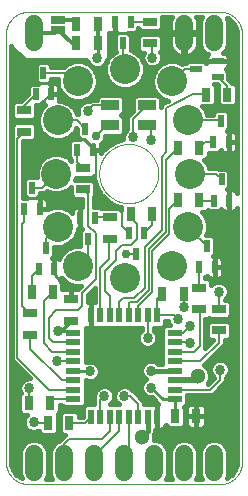
<source format=gtl>
G75*
%MOIN*%
%OFA0B0*%
%FSLAX25Y25*%
%IPPOS*%
%LPD*%
%AMOC8*
5,1,8,0,0,1.08239X$1,22.5*
%
%ADD10C,0.00000*%
%ADD11R,0.05000X0.02200*%
%ADD12R,0.02200X0.05000*%
%ADD13C,0.06000*%
%ADD14R,0.01969X0.03937*%
%ADD15R,0.04724X0.03150*%
%ADD16R,0.03150X0.04724*%
%ADD17R,0.03937X0.01969*%
%ADD18R,0.05906X0.03543*%
%ADD19C,0.10000*%
%ADD20R,0.05000X0.02500*%
%ADD21C,0.05118*%
%ADD22C,0.01200*%
%ADD23C,0.03369*%
%ADD24C,0.01000*%
%ADD25C,0.01600*%
%ADD26C,0.00800*%
%ADD27C,0.00600*%
%ADD28C,0.02975*%
%ADD29C,0.02000*%
D10*
X0001800Y0009513D02*
X0001800Y0151994D01*
X0001802Y0152175D01*
X0001809Y0152356D01*
X0001820Y0152537D01*
X0001835Y0152718D01*
X0001855Y0152898D01*
X0001879Y0153078D01*
X0001907Y0153257D01*
X0001940Y0153435D01*
X0001977Y0153612D01*
X0002018Y0153789D01*
X0002063Y0153964D01*
X0002113Y0154139D01*
X0002167Y0154312D01*
X0002225Y0154483D01*
X0002287Y0154654D01*
X0002354Y0154822D01*
X0002424Y0154989D01*
X0002498Y0155155D01*
X0002577Y0155318D01*
X0002659Y0155479D01*
X0002745Y0155639D01*
X0002835Y0155796D01*
X0002929Y0155951D01*
X0003026Y0156104D01*
X0003128Y0156254D01*
X0003232Y0156402D01*
X0003341Y0156548D01*
X0003452Y0156690D01*
X0003568Y0156830D01*
X0003686Y0156967D01*
X0003808Y0157102D01*
X0003933Y0157233D01*
X0004061Y0157361D01*
X0004192Y0157486D01*
X0004327Y0157608D01*
X0004464Y0157726D01*
X0004604Y0157842D01*
X0004746Y0157953D01*
X0004892Y0158062D01*
X0005040Y0158166D01*
X0005190Y0158268D01*
X0005343Y0158365D01*
X0005498Y0158459D01*
X0005655Y0158549D01*
X0005815Y0158635D01*
X0005976Y0158717D01*
X0006139Y0158796D01*
X0006305Y0158870D01*
X0006472Y0158940D01*
X0006640Y0159007D01*
X0006811Y0159069D01*
X0006982Y0159127D01*
X0007155Y0159181D01*
X0007330Y0159231D01*
X0007505Y0159276D01*
X0007682Y0159317D01*
X0007859Y0159354D01*
X0008037Y0159387D01*
X0008216Y0159415D01*
X0008396Y0159439D01*
X0008576Y0159459D01*
X0008757Y0159474D01*
X0008938Y0159485D01*
X0009119Y0159492D01*
X0009300Y0159494D01*
X0073040Y0159494D01*
X0073221Y0159492D01*
X0073402Y0159485D01*
X0073583Y0159474D01*
X0073764Y0159459D01*
X0073944Y0159439D01*
X0074124Y0159415D01*
X0074303Y0159387D01*
X0074481Y0159354D01*
X0074658Y0159317D01*
X0074835Y0159276D01*
X0075010Y0159231D01*
X0075185Y0159181D01*
X0075358Y0159127D01*
X0075529Y0159069D01*
X0075700Y0159007D01*
X0075868Y0158940D01*
X0076035Y0158870D01*
X0076201Y0158796D01*
X0076364Y0158717D01*
X0076525Y0158635D01*
X0076685Y0158549D01*
X0076842Y0158459D01*
X0076997Y0158365D01*
X0077150Y0158268D01*
X0077300Y0158166D01*
X0077448Y0158062D01*
X0077594Y0157953D01*
X0077736Y0157842D01*
X0077876Y0157726D01*
X0078013Y0157608D01*
X0078148Y0157486D01*
X0078279Y0157361D01*
X0078407Y0157233D01*
X0078532Y0157102D01*
X0078654Y0156967D01*
X0078772Y0156830D01*
X0078888Y0156690D01*
X0078999Y0156548D01*
X0079108Y0156402D01*
X0079212Y0156254D01*
X0079314Y0156104D01*
X0079411Y0155951D01*
X0079505Y0155796D01*
X0079595Y0155639D01*
X0079681Y0155479D01*
X0079763Y0155318D01*
X0079842Y0155155D01*
X0079916Y0154989D01*
X0079986Y0154822D01*
X0080053Y0154654D01*
X0080115Y0154483D01*
X0080173Y0154312D01*
X0080227Y0154139D01*
X0080277Y0153964D01*
X0080322Y0153789D01*
X0080363Y0153612D01*
X0080400Y0153435D01*
X0080433Y0153257D01*
X0080461Y0153078D01*
X0080485Y0152898D01*
X0080505Y0152718D01*
X0080520Y0152537D01*
X0080531Y0152356D01*
X0080538Y0152175D01*
X0080540Y0151994D01*
X0080540Y0009513D01*
X0080538Y0009332D01*
X0080531Y0009151D01*
X0080520Y0008970D01*
X0080505Y0008789D01*
X0080485Y0008609D01*
X0080461Y0008429D01*
X0080433Y0008250D01*
X0080400Y0008072D01*
X0080363Y0007895D01*
X0080322Y0007718D01*
X0080277Y0007543D01*
X0080227Y0007368D01*
X0080173Y0007195D01*
X0080115Y0007024D01*
X0080053Y0006853D01*
X0079986Y0006685D01*
X0079916Y0006518D01*
X0079842Y0006352D01*
X0079763Y0006189D01*
X0079681Y0006028D01*
X0079595Y0005868D01*
X0079505Y0005711D01*
X0079411Y0005556D01*
X0079314Y0005403D01*
X0079212Y0005253D01*
X0079108Y0005105D01*
X0078999Y0004959D01*
X0078888Y0004817D01*
X0078772Y0004677D01*
X0078654Y0004540D01*
X0078532Y0004405D01*
X0078407Y0004274D01*
X0078279Y0004146D01*
X0078148Y0004021D01*
X0078013Y0003899D01*
X0077876Y0003781D01*
X0077736Y0003665D01*
X0077594Y0003554D01*
X0077448Y0003445D01*
X0077300Y0003341D01*
X0077150Y0003239D01*
X0076997Y0003142D01*
X0076842Y0003048D01*
X0076685Y0002958D01*
X0076525Y0002872D01*
X0076364Y0002790D01*
X0076201Y0002711D01*
X0076035Y0002637D01*
X0075868Y0002567D01*
X0075700Y0002500D01*
X0075529Y0002438D01*
X0075358Y0002380D01*
X0075185Y0002326D01*
X0075010Y0002276D01*
X0074835Y0002231D01*
X0074658Y0002190D01*
X0074481Y0002153D01*
X0074303Y0002120D01*
X0074124Y0002092D01*
X0073944Y0002068D01*
X0073764Y0002048D01*
X0073583Y0002033D01*
X0073402Y0002022D01*
X0073221Y0002015D01*
X0073040Y0002013D01*
X0009300Y0002013D01*
X0009119Y0002015D01*
X0008938Y0002022D01*
X0008757Y0002033D01*
X0008576Y0002048D01*
X0008396Y0002068D01*
X0008216Y0002092D01*
X0008037Y0002120D01*
X0007859Y0002153D01*
X0007682Y0002190D01*
X0007505Y0002231D01*
X0007330Y0002276D01*
X0007155Y0002326D01*
X0006982Y0002380D01*
X0006811Y0002438D01*
X0006640Y0002500D01*
X0006472Y0002567D01*
X0006305Y0002637D01*
X0006139Y0002711D01*
X0005976Y0002790D01*
X0005815Y0002872D01*
X0005655Y0002958D01*
X0005498Y0003048D01*
X0005343Y0003142D01*
X0005190Y0003239D01*
X0005040Y0003341D01*
X0004892Y0003445D01*
X0004746Y0003554D01*
X0004604Y0003665D01*
X0004464Y0003781D01*
X0004327Y0003899D01*
X0004192Y0004021D01*
X0004061Y0004146D01*
X0003933Y0004274D01*
X0003808Y0004405D01*
X0003686Y0004540D01*
X0003568Y0004677D01*
X0003452Y0004817D01*
X0003341Y0004959D01*
X0003232Y0005105D01*
X0003128Y0005253D01*
X0003026Y0005403D01*
X0002929Y0005556D01*
X0002835Y0005711D01*
X0002745Y0005868D01*
X0002659Y0006028D01*
X0002577Y0006189D01*
X0002498Y0006352D01*
X0002424Y0006518D01*
X0002354Y0006685D01*
X0002287Y0006853D01*
X0002225Y0007024D01*
X0002167Y0007195D01*
X0002113Y0007368D01*
X0002063Y0007543D01*
X0002018Y0007718D01*
X0001977Y0007895D01*
X0001940Y0008072D01*
X0001907Y0008250D01*
X0001879Y0008429D01*
X0001855Y0008609D01*
X0001835Y0008789D01*
X0001820Y0008970D01*
X0001809Y0009151D01*
X0001802Y0009332D01*
X0001800Y0009513D01*
X0032902Y0105557D02*
X0032905Y0105799D01*
X0032914Y0106040D01*
X0032929Y0106281D01*
X0032949Y0106522D01*
X0032976Y0106762D01*
X0033009Y0107001D01*
X0033047Y0107240D01*
X0033091Y0107477D01*
X0033141Y0107714D01*
X0033197Y0107949D01*
X0033259Y0108182D01*
X0033326Y0108414D01*
X0033399Y0108645D01*
X0033477Y0108873D01*
X0033562Y0109099D01*
X0033651Y0109324D01*
X0033746Y0109546D01*
X0033847Y0109765D01*
X0033953Y0109983D01*
X0034064Y0110197D01*
X0034181Y0110409D01*
X0034302Y0110617D01*
X0034429Y0110823D01*
X0034561Y0111025D01*
X0034698Y0111225D01*
X0034839Y0111420D01*
X0034985Y0111613D01*
X0035136Y0111801D01*
X0035292Y0111986D01*
X0035452Y0112167D01*
X0035616Y0112344D01*
X0035785Y0112517D01*
X0035958Y0112686D01*
X0036135Y0112850D01*
X0036316Y0113010D01*
X0036501Y0113166D01*
X0036689Y0113317D01*
X0036882Y0113463D01*
X0037077Y0113604D01*
X0037277Y0113741D01*
X0037479Y0113873D01*
X0037685Y0114000D01*
X0037893Y0114121D01*
X0038105Y0114238D01*
X0038319Y0114349D01*
X0038537Y0114455D01*
X0038756Y0114556D01*
X0038978Y0114651D01*
X0039203Y0114740D01*
X0039429Y0114825D01*
X0039657Y0114903D01*
X0039888Y0114976D01*
X0040120Y0115043D01*
X0040353Y0115105D01*
X0040588Y0115161D01*
X0040825Y0115211D01*
X0041062Y0115255D01*
X0041301Y0115293D01*
X0041540Y0115326D01*
X0041780Y0115353D01*
X0042021Y0115373D01*
X0042262Y0115388D01*
X0042503Y0115397D01*
X0042745Y0115400D01*
X0042987Y0115397D01*
X0043228Y0115388D01*
X0043469Y0115373D01*
X0043710Y0115353D01*
X0043950Y0115326D01*
X0044189Y0115293D01*
X0044428Y0115255D01*
X0044665Y0115211D01*
X0044902Y0115161D01*
X0045137Y0115105D01*
X0045370Y0115043D01*
X0045602Y0114976D01*
X0045833Y0114903D01*
X0046061Y0114825D01*
X0046287Y0114740D01*
X0046512Y0114651D01*
X0046734Y0114556D01*
X0046953Y0114455D01*
X0047171Y0114349D01*
X0047385Y0114238D01*
X0047597Y0114121D01*
X0047805Y0114000D01*
X0048011Y0113873D01*
X0048213Y0113741D01*
X0048413Y0113604D01*
X0048608Y0113463D01*
X0048801Y0113317D01*
X0048989Y0113166D01*
X0049174Y0113010D01*
X0049355Y0112850D01*
X0049532Y0112686D01*
X0049705Y0112517D01*
X0049874Y0112344D01*
X0050038Y0112167D01*
X0050198Y0111986D01*
X0050354Y0111801D01*
X0050505Y0111613D01*
X0050651Y0111420D01*
X0050792Y0111225D01*
X0050929Y0111025D01*
X0051061Y0110823D01*
X0051188Y0110617D01*
X0051309Y0110409D01*
X0051426Y0110197D01*
X0051537Y0109983D01*
X0051643Y0109765D01*
X0051744Y0109546D01*
X0051839Y0109324D01*
X0051928Y0109099D01*
X0052013Y0108873D01*
X0052091Y0108645D01*
X0052164Y0108414D01*
X0052231Y0108182D01*
X0052293Y0107949D01*
X0052349Y0107714D01*
X0052399Y0107477D01*
X0052443Y0107240D01*
X0052481Y0107001D01*
X0052514Y0106762D01*
X0052541Y0106522D01*
X0052561Y0106281D01*
X0052576Y0106040D01*
X0052585Y0105799D01*
X0052588Y0105557D01*
X0052585Y0105315D01*
X0052576Y0105074D01*
X0052561Y0104833D01*
X0052541Y0104592D01*
X0052514Y0104352D01*
X0052481Y0104113D01*
X0052443Y0103874D01*
X0052399Y0103637D01*
X0052349Y0103400D01*
X0052293Y0103165D01*
X0052231Y0102932D01*
X0052164Y0102700D01*
X0052091Y0102469D01*
X0052013Y0102241D01*
X0051928Y0102015D01*
X0051839Y0101790D01*
X0051744Y0101568D01*
X0051643Y0101349D01*
X0051537Y0101131D01*
X0051426Y0100917D01*
X0051309Y0100705D01*
X0051188Y0100497D01*
X0051061Y0100291D01*
X0050929Y0100089D01*
X0050792Y0099889D01*
X0050651Y0099694D01*
X0050505Y0099501D01*
X0050354Y0099313D01*
X0050198Y0099128D01*
X0050038Y0098947D01*
X0049874Y0098770D01*
X0049705Y0098597D01*
X0049532Y0098428D01*
X0049355Y0098264D01*
X0049174Y0098104D01*
X0048989Y0097948D01*
X0048801Y0097797D01*
X0048608Y0097651D01*
X0048413Y0097510D01*
X0048213Y0097373D01*
X0048011Y0097241D01*
X0047805Y0097114D01*
X0047597Y0096993D01*
X0047385Y0096876D01*
X0047171Y0096765D01*
X0046953Y0096659D01*
X0046734Y0096558D01*
X0046512Y0096463D01*
X0046287Y0096374D01*
X0046061Y0096289D01*
X0045833Y0096211D01*
X0045602Y0096138D01*
X0045370Y0096071D01*
X0045137Y0096009D01*
X0044902Y0095953D01*
X0044665Y0095903D01*
X0044428Y0095859D01*
X0044189Y0095821D01*
X0043950Y0095788D01*
X0043710Y0095761D01*
X0043469Y0095741D01*
X0043228Y0095726D01*
X0042987Y0095717D01*
X0042745Y0095714D01*
X0042503Y0095717D01*
X0042262Y0095726D01*
X0042021Y0095741D01*
X0041780Y0095761D01*
X0041540Y0095788D01*
X0041301Y0095821D01*
X0041062Y0095859D01*
X0040825Y0095903D01*
X0040588Y0095953D01*
X0040353Y0096009D01*
X0040120Y0096071D01*
X0039888Y0096138D01*
X0039657Y0096211D01*
X0039429Y0096289D01*
X0039203Y0096374D01*
X0038978Y0096463D01*
X0038756Y0096558D01*
X0038537Y0096659D01*
X0038319Y0096765D01*
X0038105Y0096876D01*
X0037893Y0096993D01*
X0037685Y0097114D01*
X0037479Y0097241D01*
X0037277Y0097373D01*
X0037077Y0097510D01*
X0036882Y0097651D01*
X0036689Y0097797D01*
X0036501Y0097948D01*
X0036316Y0098104D01*
X0036135Y0098264D01*
X0035958Y0098428D01*
X0035785Y0098597D01*
X0035616Y0098770D01*
X0035452Y0098947D01*
X0035292Y0099128D01*
X0035136Y0099313D01*
X0034985Y0099501D01*
X0034839Y0099694D01*
X0034698Y0099889D01*
X0034561Y0100089D01*
X0034429Y0100291D01*
X0034302Y0100497D01*
X0034181Y0100705D01*
X0034064Y0100917D01*
X0033953Y0101131D01*
X0033847Y0101349D01*
X0033746Y0101568D01*
X0033651Y0101790D01*
X0033562Y0102015D01*
X0033477Y0102241D01*
X0033399Y0102469D01*
X0033326Y0102700D01*
X0033259Y0102932D01*
X0033197Y0103165D01*
X0033141Y0103400D01*
X0033091Y0103637D01*
X0033047Y0103874D01*
X0033009Y0104113D01*
X0032976Y0104352D01*
X0032949Y0104592D01*
X0032929Y0104833D01*
X0032914Y0105074D01*
X0032905Y0105315D01*
X0032902Y0105557D01*
D11*
X0024270Y0052407D03*
X0024270Y0049257D03*
X0024270Y0046108D03*
X0024270Y0042958D03*
X0024270Y0039809D03*
X0024270Y0036659D03*
X0024270Y0033509D03*
X0024270Y0030360D03*
X0058070Y0030360D03*
X0058070Y0033509D03*
X0058070Y0036659D03*
X0058070Y0039809D03*
X0058070Y0042958D03*
X0058070Y0046108D03*
X0058070Y0049257D03*
X0058070Y0052407D03*
D12*
X0052194Y0058283D03*
X0049044Y0058283D03*
X0045894Y0058283D03*
X0042745Y0058283D03*
X0039595Y0058283D03*
X0036446Y0058283D03*
X0033296Y0058283D03*
X0030146Y0058283D03*
X0030146Y0024483D03*
X0033296Y0024483D03*
X0036446Y0024483D03*
X0039595Y0024483D03*
X0042745Y0024483D03*
X0045894Y0024483D03*
X0049044Y0024483D03*
X0052194Y0024483D03*
D13*
X0051170Y0012100D02*
X0051170Y0006100D01*
X0061170Y0006100D02*
X0061170Y0012100D01*
X0071170Y0012100D02*
X0071170Y0006100D01*
X0041170Y0006100D02*
X0041170Y0012100D01*
X0031170Y0012100D02*
X0031170Y0006100D01*
X0021170Y0006100D02*
X0021170Y0012100D01*
X0011170Y0012100D02*
X0011170Y0006100D01*
X0011170Y0149407D02*
X0011170Y0155407D01*
X0061170Y0155407D02*
X0061170Y0149407D01*
X0071170Y0149407D02*
X0071170Y0155407D01*
D14*
X0073473Y0123159D03*
X0070914Y0116072D03*
X0076032Y0116072D03*
X0073666Y0103639D03*
X0071107Y0096553D03*
X0076225Y0096553D03*
X0068824Y0081360D03*
X0071383Y0074273D03*
X0066265Y0074273D03*
X0047859Y0085757D03*
X0045300Y0078670D03*
X0042741Y0085757D03*
X0031643Y0090754D03*
X0029083Y0083667D03*
X0026524Y0090754D03*
X0017833Y0073653D03*
X0015274Y0080739D03*
X0012715Y0073653D03*
X0013086Y0093813D03*
X0010527Y0100899D03*
X0007968Y0093813D03*
X0025556Y0113470D03*
X0028115Y0120557D03*
X0030674Y0113470D03*
X0016859Y0131970D03*
X0014300Y0139057D03*
X0011741Y0131970D03*
X0038241Y0156057D03*
X0040800Y0148970D03*
X0043359Y0156057D03*
D15*
X0049918Y0156143D03*
X0049918Y0149057D03*
X0027558Y0107361D03*
X0027558Y0100274D03*
X0036517Y0090949D03*
X0036517Y0083862D03*
X0023500Y0063657D03*
X0023500Y0056570D03*
X0009774Y0058919D03*
X0009774Y0051832D03*
X0007922Y0119557D03*
X0007922Y0126643D03*
X0066292Y0067433D03*
X0066292Y0060346D03*
X0072800Y0060357D03*
X0072800Y0053270D03*
D16*
X0061043Y0065513D03*
X0053957Y0065513D03*
X0050543Y0092013D03*
X0043457Y0092013D03*
X0059060Y0096647D03*
X0066146Y0096647D03*
X0066206Y0114147D03*
X0059119Y0114147D03*
X0068501Y0131872D03*
X0075587Y0131872D03*
X0032343Y0149013D03*
X0032343Y0155513D03*
X0025257Y0155513D03*
X0025257Y0149013D03*
X0017440Y0066187D03*
X0010354Y0066187D03*
X0009457Y0029113D03*
X0015857Y0022513D03*
X0016543Y0029113D03*
X0022943Y0022513D03*
X0058157Y0024713D03*
X0065243Y0024713D03*
D17*
X0072343Y0137899D03*
X0072343Y0143017D03*
X0065257Y0140458D03*
D18*
X0048847Y0128285D03*
X0048847Y0121592D03*
X0036643Y0121592D03*
X0036643Y0128285D03*
D19*
X0041495Y0140271D03*
X0057243Y0136334D03*
X0062617Y0123273D03*
X0063117Y0105557D03*
X0062617Y0087840D03*
X0057243Y0074779D03*
X0041495Y0070842D03*
X0025747Y0074779D03*
X0019123Y0087840D03*
X0018623Y0105557D03*
X0019123Y0123273D03*
X0025747Y0136334D03*
D20*
X0019300Y0153413D03*
X0019300Y0156613D03*
D21*
X0065800Y0038013D03*
X0047000Y0017813D03*
D22*
X0032343Y0149013D02*
X0032343Y0155513D01*
X0025257Y0155513D02*
X0024157Y0156613D01*
X0019300Y0156613D01*
X0019300Y0153413D02*
X0018294Y0152407D01*
X0011170Y0152407D01*
X0019300Y0153413D02*
X0023700Y0149013D01*
X0025257Y0149013D01*
D23*
X0032200Y0144013D03*
X0029000Y0126413D03*
X0044200Y0117613D03*
X0050000Y0116613D03*
X0050600Y0144213D03*
X0072800Y0066213D03*
X0063200Y0054613D03*
X0063200Y0049213D03*
X0059000Y0057213D03*
X0061000Y0061213D03*
X0050200Y0039813D03*
X0050200Y0034213D03*
X0049000Y0050813D03*
X0041200Y0031413D03*
X0034600Y0031413D03*
X0029800Y0039613D03*
X0019000Y0053213D03*
X0018800Y0043013D03*
X0009600Y0034013D03*
X0011000Y0022613D03*
X0073200Y0040213D03*
D24*
X0058070Y0030360D02*
X0058070Y0024800D01*
X0058157Y0024713D01*
X0058070Y0030360D02*
X0054054Y0030360D01*
X0050200Y0034213D01*
X0029800Y0039613D02*
X0029605Y0039809D01*
X0024270Y0039809D01*
X0024270Y0052407D02*
X0023464Y0053213D01*
X0019000Y0053213D01*
X0020143Y0053213D01*
X0023500Y0056570D01*
X0023500Y0063657D02*
X0023500Y0066113D01*
X0018000Y0071613D01*
X0018000Y0073486D01*
X0017833Y0073653D01*
X0013086Y0093813D02*
X0013086Y0097413D01*
X0007800Y0097413D01*
X0007800Y0115013D01*
X0012302Y0115013D01*
X0021200Y0115013D01*
X0023200Y0117013D01*
X0027800Y0117013D01*
X0030674Y0114139D01*
X0030674Y0113470D01*
X0016859Y0131970D02*
X0016859Y0135813D01*
X0006400Y0135813D01*
X0032200Y0144013D02*
X0032343Y0144157D01*
X0032343Y0149013D01*
X0038241Y0152407D02*
X0038241Y0156057D01*
X0038241Y0152407D02*
X0061170Y0152407D01*
D25*
X0004043Y0006835D02*
X0005128Y0005341D01*
X0006621Y0004256D01*
X0007007Y0004131D01*
X0006570Y0005185D01*
X0006570Y0013015D01*
X0007270Y0014706D01*
X0008564Y0016000D01*
X0010255Y0016700D01*
X0012085Y0016700D01*
X0013776Y0016000D01*
X0015070Y0014706D01*
X0015770Y0013015D01*
X0015770Y0005185D01*
X0015119Y0003613D01*
X0017221Y0003613D01*
X0016570Y0005185D01*
X0016570Y0013015D01*
X0017270Y0014706D01*
X0018564Y0016000D01*
X0019236Y0016278D01*
X0020800Y0017842D01*
X0021509Y0018551D01*
X0020706Y0018551D01*
X0019769Y0019488D01*
X0019769Y0025538D01*
X0020706Y0026476D01*
X0025181Y0026476D01*
X0026118Y0025538D01*
X0026118Y0024413D01*
X0027389Y0024413D01*
X0027446Y0024470D01*
X0027446Y0027646D01*
X0028384Y0028583D01*
X0031296Y0028583D01*
X0031296Y0030938D01*
X0031316Y0030958D01*
X0031316Y0032067D01*
X0031816Y0033274D01*
X0032740Y0034198D01*
X0033947Y0034698D01*
X0035253Y0034698D01*
X0036460Y0034198D01*
X0037384Y0033274D01*
X0037884Y0032067D01*
X0037884Y0030760D01*
X0037384Y0029553D01*
X0036460Y0028629D01*
X0036350Y0028583D01*
X0039450Y0028583D01*
X0039340Y0028629D01*
X0038416Y0029553D01*
X0037916Y0030760D01*
X0037916Y0032067D01*
X0038416Y0033274D01*
X0039340Y0034198D01*
X0040547Y0034698D01*
X0041853Y0034698D01*
X0043060Y0034198D01*
X0043845Y0033413D01*
X0044028Y0033413D01*
X0045200Y0032242D01*
X0047894Y0029547D01*
X0047894Y0028583D01*
X0050265Y0028583D01*
X0050399Y0028661D01*
X0050857Y0028783D01*
X0052194Y0028783D01*
X0052194Y0024484D01*
X0052194Y0024484D01*
X0052194Y0028783D01*
X0052660Y0028783D01*
X0050514Y0030929D01*
X0049547Y0030929D01*
X0048340Y0031429D01*
X0047416Y0032353D01*
X0046916Y0033560D01*
X0046916Y0034867D01*
X0047416Y0036074D01*
X0048340Y0036998D01*
X0048378Y0037013D01*
X0048340Y0037029D01*
X0047416Y0037953D01*
X0046916Y0039160D01*
X0046916Y0040467D01*
X0047416Y0041674D01*
X0048340Y0042598D01*
X0049547Y0043098D01*
X0050853Y0043098D01*
X0052060Y0042598D01*
X0052449Y0042209D01*
X0053970Y0042209D01*
X0053970Y0054170D01*
X0054907Y0055107D01*
X0056462Y0055107D01*
X0056216Y0055353D01*
X0055789Y0056383D01*
X0054894Y0056383D01*
X0054894Y0055121D01*
X0053956Y0054183D01*
X0051044Y0054183D01*
X0051044Y0053414D01*
X0051784Y0052674D01*
X0052284Y0051467D01*
X0052284Y0050160D01*
X0051784Y0048953D01*
X0050860Y0048029D01*
X0049653Y0047529D01*
X0048347Y0047529D01*
X0047140Y0048029D01*
X0046216Y0048953D01*
X0045716Y0050160D01*
X0045716Y0051467D01*
X0046216Y0052674D01*
X0047044Y0053502D01*
X0047044Y0054183D01*
X0032075Y0054183D01*
X0031941Y0054106D01*
X0031483Y0053983D01*
X0030147Y0053983D01*
X0030147Y0058283D01*
X0030146Y0058283D01*
X0030146Y0053983D01*
X0028809Y0053983D01*
X0028370Y0054101D01*
X0028370Y0042576D01*
X0029147Y0042898D01*
X0030453Y0042898D01*
X0031660Y0042398D01*
X0032584Y0041474D01*
X0033084Y0040267D01*
X0033084Y0038960D01*
X0032584Y0037753D01*
X0031660Y0036829D01*
X0030453Y0036329D01*
X0029147Y0036329D01*
X0028370Y0036651D01*
X0028370Y0028597D01*
X0027433Y0027660D01*
X0021107Y0027660D01*
X0020307Y0028460D01*
X0019718Y0028460D01*
X0019718Y0026088D01*
X0019031Y0025402D01*
X0019031Y0019488D01*
X0018094Y0018551D01*
X0013619Y0018551D01*
X0012682Y0019488D01*
X0012682Y0019755D01*
X0011653Y0019329D01*
X0010347Y0019329D01*
X0009140Y0019829D01*
X0008216Y0020753D01*
X0007716Y0021960D01*
X0007716Y0023267D01*
X0008216Y0024474D01*
X0008893Y0025151D01*
X0007219Y0025151D01*
X0006282Y0026088D01*
X0006282Y0032138D01*
X0006664Y0032520D01*
X0006316Y0033360D01*
X0006316Y0034667D01*
X0006816Y0035874D01*
X0007740Y0036798D01*
X0008947Y0037298D01*
X0009829Y0037298D01*
X0004813Y0042313D01*
X0003700Y0043426D01*
X0003700Y0118022D01*
X0003960Y0118281D01*
X0003960Y0121794D01*
X0004897Y0122731D01*
X0010947Y0122731D01*
X0011884Y0121794D01*
X0011884Y0117319D01*
X0010947Y0116382D01*
X0007500Y0116382D01*
X0007500Y0097381D01*
X0008829Y0097381D01*
X0007943Y0098268D01*
X0007943Y0103530D01*
X0008880Y0104468D01*
X0012023Y0104468D01*
X0012023Y0106870D01*
X0013028Y0109295D01*
X0014884Y0111152D01*
X0017310Y0112157D01*
X0019936Y0112157D01*
X0022361Y0111152D01*
X0023656Y0109857D01*
X0023656Y0110155D01*
X0022972Y0110839D01*
X0022972Y0116101D01*
X0023909Y0117039D01*
X0026418Y0117039D01*
X0025531Y0117925D01*
X0025531Y0120313D01*
X0025184Y0120659D01*
X0024718Y0119535D01*
X0022861Y0117678D01*
X0020436Y0116673D01*
X0017810Y0116673D01*
X0015384Y0117678D01*
X0013528Y0119535D01*
X0012523Y0121960D01*
X0012523Y0124586D01*
X0013528Y0127012D01*
X0014964Y0128449D01*
X0014770Y0128561D01*
X0014434Y0128896D01*
X0014232Y0129246D01*
X0013388Y0128402D01*
X0011884Y0128402D01*
X0011884Y0124406D01*
X0010947Y0123469D01*
X0004897Y0123469D01*
X0003960Y0124406D01*
X0003960Y0128881D01*
X0004897Y0129818D01*
X0006902Y0129818D01*
X0009157Y0132073D01*
X0009157Y0134601D01*
X0010094Y0135539D01*
X0012603Y0135539D01*
X0011716Y0136425D01*
X0011716Y0141688D01*
X0012653Y0142625D01*
X0015947Y0142625D01*
X0016884Y0141688D01*
X0016884Y0141057D01*
X0021135Y0141057D01*
X0022008Y0141929D01*
X0024434Y0142934D01*
X0027060Y0142934D01*
X0029485Y0141929D01*
X0031342Y0140073D01*
X0032347Y0137647D01*
X0032347Y0135021D01*
X0031342Y0132596D01*
X0029485Y0130739D01*
X0027060Y0129734D01*
X0024434Y0129734D01*
X0022008Y0130739D01*
X0020152Y0132596D01*
X0019643Y0133823D01*
X0019643Y0131970D01*
X0016859Y0131970D01*
X0016859Y0131970D01*
X0016859Y0135739D01*
X0016197Y0135739D01*
X0016884Y0136425D01*
X0016884Y0137057D01*
X0019147Y0137057D01*
X0019147Y0135181D01*
X0018949Y0135379D01*
X0018538Y0135616D01*
X0018080Y0135739D01*
X0016859Y0135739D01*
X0016859Y0131970D01*
X0016859Y0131970D01*
X0019643Y0131970D01*
X0019643Y0129873D01*
X0020436Y0129873D01*
X0022861Y0128868D01*
X0024718Y0127012D01*
X0025438Y0125273D01*
X0025917Y0125273D01*
X0025716Y0125760D01*
X0025716Y0127067D01*
X0026216Y0128274D01*
X0027140Y0129198D01*
X0028347Y0129698D01*
X0029597Y0129698D01*
X0030085Y0130185D01*
X0032090Y0130185D01*
X0032090Y0130719D01*
X0033027Y0131657D01*
X0040258Y0131657D01*
X0041195Y0130719D01*
X0041195Y0125851D01*
X0040283Y0124939D01*
X0041195Y0124027D01*
X0041195Y0119158D01*
X0040258Y0118220D01*
X0034887Y0118220D01*
X0034887Y0117399D01*
X0034417Y0116265D01*
X0033549Y0115396D01*
X0033458Y0115358D01*
X0033458Y0113470D01*
X0030674Y0113470D01*
X0030674Y0113470D01*
X0033458Y0113470D01*
X0033458Y0112357D01*
X0033589Y0112583D01*
X0035719Y0114713D01*
X0038328Y0116219D01*
X0040933Y0116917D01*
X0040916Y0116960D01*
X0040916Y0118267D01*
X0041416Y0119474D01*
X0042300Y0120358D01*
X0042300Y0124425D01*
X0044294Y0126419D01*
X0044294Y0130719D01*
X0045232Y0131657D01*
X0052463Y0131657D01*
X0053400Y0130719D01*
X0053400Y0127822D01*
X0053400Y0127822D01*
X0053400Y0128300D01*
X0053639Y0128540D01*
X0053746Y0128861D01*
X0054175Y0129075D01*
X0054513Y0129413D01*
X0054851Y0129413D01*
X0055691Y0129833D01*
X0053504Y0130739D01*
X0051648Y0132596D01*
X0050643Y0135021D01*
X0050643Y0137647D01*
X0051648Y0140073D01*
X0053504Y0141929D01*
X0055930Y0142934D01*
X0058556Y0142934D01*
X0060394Y0142173D01*
X0060580Y0142358D01*
X0061941Y0142358D01*
X0062625Y0143043D01*
X0067888Y0143043D01*
X0068575Y0142356D01*
X0068575Y0143017D01*
X0072343Y0143017D01*
X0072343Y0143017D01*
X0068575Y0143017D01*
X0068575Y0144239D01*
X0068697Y0144696D01*
X0068934Y0145107D01*
X0069109Y0145282D01*
X0068564Y0145507D01*
X0067270Y0146801D01*
X0066570Y0148492D01*
X0066570Y0156322D01*
X0067221Y0157894D01*
X0065290Y0157894D01*
X0065618Y0157250D01*
X0065852Y0156531D01*
X0065970Y0155785D01*
X0065970Y0152607D01*
X0061370Y0152607D01*
X0061370Y0152207D01*
X0061370Y0144607D01*
X0061548Y0144607D01*
X0062294Y0144725D01*
X0063013Y0144959D01*
X0063686Y0145302D01*
X0064297Y0145746D01*
X0064831Y0146280D01*
X0065275Y0146891D01*
X0065618Y0147565D01*
X0065852Y0148283D01*
X0065970Y0149029D01*
X0065970Y0152207D01*
X0061370Y0152207D01*
X0060970Y0152207D01*
X0060970Y0144607D01*
X0060792Y0144607D01*
X0060046Y0144725D01*
X0059328Y0144959D01*
X0058654Y0145302D01*
X0058043Y0145746D01*
X0057509Y0146280D01*
X0057065Y0146891D01*
X0056722Y0147565D01*
X0056488Y0148283D01*
X0056370Y0149029D01*
X0056370Y0152207D01*
X0060970Y0152207D01*
X0060970Y0152607D01*
X0056370Y0152607D01*
X0056370Y0155785D01*
X0056488Y0156531D01*
X0056722Y0157250D01*
X0057050Y0157894D01*
X0053880Y0157894D01*
X0053880Y0153906D01*
X0052943Y0152969D01*
X0046893Y0152969D01*
X0045956Y0153906D01*
X0045956Y0154157D01*
X0045943Y0154157D01*
X0045943Y0153425D01*
X0045006Y0152488D01*
X0042497Y0152488D01*
X0043384Y0151601D01*
X0043384Y0146632D01*
X0045233Y0145866D01*
X0047090Y0144010D01*
X0048095Y0141584D01*
X0048095Y0138958D01*
X0047090Y0136533D01*
X0045233Y0134676D01*
X0042808Y0133671D01*
X0040182Y0133671D01*
X0037756Y0134676D01*
X0035900Y0136533D01*
X0034895Y0138958D01*
X0034895Y0141584D01*
X0035628Y0143355D01*
X0035379Y0143105D01*
X0034984Y0142153D01*
X0034060Y0141229D01*
X0032853Y0140729D01*
X0031547Y0140729D01*
X0030340Y0141229D01*
X0029416Y0142153D01*
X0029163Y0142764D01*
X0028613Y0143313D01*
X0008013Y0143313D01*
X0003613Y0147713D01*
X0003400Y0147926D01*
X0003400Y0009513D01*
X0003473Y0008590D01*
X0004043Y0006835D01*
X0004062Y0006809D02*
X0006570Y0006809D01*
X0006570Y0008407D02*
X0003532Y0008407D01*
X0003400Y0010006D02*
X0006570Y0010006D01*
X0006570Y0011604D02*
X0003400Y0011604D01*
X0003400Y0013203D02*
X0006648Y0013203D01*
X0007366Y0014801D02*
X0003400Y0014801D01*
X0003400Y0016400D02*
X0009531Y0016400D01*
X0009700Y0019597D02*
X0003400Y0019597D01*
X0003400Y0017998D02*
X0020957Y0017998D01*
X0019769Y0019597D02*
X0019031Y0019597D01*
X0019031Y0021196D02*
X0019769Y0021196D01*
X0019769Y0022794D02*
X0019031Y0022794D01*
X0019031Y0024393D02*
X0019769Y0024393D01*
X0019621Y0025991D02*
X0020221Y0025991D01*
X0019718Y0027590D02*
X0027446Y0027590D01*
X0027446Y0025991D02*
X0025665Y0025991D01*
X0028370Y0029188D02*
X0031296Y0029188D01*
X0031296Y0030787D02*
X0028370Y0030787D01*
X0028370Y0032385D02*
X0031448Y0032385D01*
X0032526Y0033984D02*
X0028370Y0033984D01*
X0028370Y0035582D02*
X0047212Y0035582D01*
X0046916Y0033984D02*
X0043274Y0033984D01*
X0045057Y0032385D02*
X0047402Y0032385D01*
X0046655Y0030787D02*
X0050657Y0030787D01*
X0052255Y0029188D02*
X0047894Y0029188D01*
X0049044Y0024483D02*
X0049044Y0019857D01*
X0047000Y0017813D01*
X0051041Y0016700D02*
X0051159Y0016986D01*
X0051159Y0018641D01*
X0051148Y0018666D01*
X0051444Y0019380D01*
X0051444Y0020183D01*
X0052194Y0020183D01*
X0053531Y0020183D01*
X0053988Y0020306D01*
X0054399Y0020543D01*
X0054734Y0020878D01*
X0054971Y0021289D01*
X0055058Y0021613D01*
X0055919Y0020751D01*
X0060394Y0020751D01*
X0061331Y0021688D01*
X0061331Y0027738D01*
X0061321Y0027748D01*
X0062170Y0028597D01*
X0062170Y0031609D01*
X0070683Y0031609D01*
X0071796Y0032722D01*
X0073987Y0034913D01*
X0075100Y0036026D01*
X0075100Y0037469D01*
X0075984Y0038353D01*
X0076484Y0039560D01*
X0076484Y0040867D01*
X0075984Y0042074D01*
X0075060Y0042998D01*
X0073853Y0043498D01*
X0072547Y0043498D01*
X0071340Y0042998D01*
X0070416Y0042074D01*
X0069916Y0040867D01*
X0069916Y0039560D01*
X0070416Y0038353D01*
X0071234Y0037535D01*
X0069109Y0035409D01*
X0069078Y0035409D01*
X0069326Y0035657D01*
X0069959Y0037186D01*
X0069959Y0038841D01*
X0069326Y0040369D01*
X0068156Y0041539D01*
X0067913Y0041640D01*
X0073587Y0047313D01*
X0074700Y0048426D01*
X0074700Y0050095D01*
X0075825Y0050095D01*
X0076762Y0051033D01*
X0076762Y0055508D01*
X0075825Y0056445D01*
X0069775Y0056445D01*
X0068838Y0055508D01*
X0068838Y0051033D01*
X0069775Y0050095D01*
X0070900Y0050095D01*
X0070900Y0050000D01*
X0068300Y0047400D01*
X0068300Y0057172D01*
X0069317Y0057172D01*
X0069551Y0057406D01*
X0069775Y0057182D01*
X0075825Y0057182D01*
X0076762Y0058119D01*
X0076762Y0062594D01*
X0075825Y0063531D01*
X0074763Y0063531D01*
X0075584Y0064353D01*
X0076084Y0065560D01*
X0076084Y0066867D01*
X0075584Y0068074D01*
X0074660Y0068998D01*
X0073453Y0069498D01*
X0072147Y0069498D01*
X0070940Y0068998D01*
X0070254Y0068312D01*
X0070254Y0069671D01*
X0069317Y0070608D01*
X0068192Y0070608D01*
X0068192Y0070985D01*
X0068756Y0071549D01*
X0068958Y0071199D01*
X0069293Y0070864D01*
X0069704Y0070627D01*
X0070161Y0070505D01*
X0071383Y0070505D01*
X0072604Y0070505D01*
X0073062Y0070627D01*
X0073472Y0070864D01*
X0073807Y0071199D01*
X0074044Y0071610D01*
X0074167Y0072068D01*
X0074167Y0074273D01*
X0071383Y0074273D01*
X0071383Y0074273D01*
X0071383Y0070505D01*
X0071383Y0074273D01*
X0071383Y0074273D01*
X0074167Y0074273D01*
X0074167Y0076479D01*
X0074044Y0076937D01*
X0073807Y0077347D01*
X0073472Y0077682D01*
X0073062Y0077919D01*
X0072604Y0078042D01*
X0071383Y0078042D01*
X0071383Y0074273D01*
X0071383Y0074273D01*
X0071383Y0078042D01*
X0070721Y0078042D01*
X0071408Y0078729D01*
X0071408Y0083991D01*
X0070471Y0084928D01*
X0068555Y0084928D01*
X0069217Y0086527D01*
X0069217Y0089153D01*
X0068212Y0091579D01*
X0067106Y0092685D01*
X0068384Y0092685D01*
X0069072Y0093373D01*
X0069460Y0092984D01*
X0072754Y0092984D01*
X0073599Y0093829D01*
X0073801Y0093479D01*
X0074136Y0093144D01*
X0074546Y0092907D01*
X0075004Y0092784D01*
X0076225Y0092784D01*
X0076225Y0096553D01*
X0076225Y0100321D01*
X0075563Y0100321D01*
X0076250Y0101008D01*
X0076250Y0106271D01*
X0075313Y0107208D01*
X0072785Y0107208D01*
X0072536Y0107457D01*
X0069474Y0107457D01*
X0068712Y0109295D01*
X0067822Y0110185D01*
X0068443Y0110185D01*
X0069380Y0111122D01*
X0069380Y0112504D01*
X0072561Y0112504D01*
X0073406Y0113348D01*
X0073608Y0112999D01*
X0073943Y0112664D01*
X0074353Y0112427D01*
X0074811Y0112304D01*
X0076032Y0112304D01*
X0076032Y0116072D01*
X0076032Y0116072D01*
X0076032Y0112304D01*
X0077254Y0112304D01*
X0077711Y0112427D01*
X0078122Y0112664D01*
X0078457Y0112999D01*
X0078694Y0113409D01*
X0078817Y0113867D01*
X0078817Y0116072D01*
X0076032Y0116072D01*
X0076032Y0116072D01*
X0076032Y0116073D02*
X0076032Y0119841D01*
X0075371Y0119841D01*
X0076057Y0120528D01*
X0076057Y0125790D01*
X0075120Y0126728D01*
X0071826Y0126728D01*
X0070889Y0125790D01*
X0070889Y0125173D01*
X0068974Y0125173D01*
X0068212Y0127012D01*
X0067314Y0127909D01*
X0070738Y0127909D01*
X0071676Y0128847D01*
X0071676Y0134897D01*
X0071257Y0135315D01*
X0072241Y0135315D01*
X0072536Y0135020D01*
X0072413Y0134897D01*
X0072413Y0128847D01*
X0073350Y0127909D01*
X0077825Y0127909D01*
X0078762Y0128847D01*
X0078762Y0134897D01*
X0077825Y0135834D01*
X0077096Y0135834D01*
X0075912Y0137018D01*
X0075912Y0139546D01*
X0075067Y0140391D01*
X0075417Y0140593D01*
X0075752Y0140928D01*
X0075989Y0141338D01*
X0076112Y0141796D01*
X0076112Y0143017D01*
X0072343Y0143017D01*
X0072343Y0143017D01*
X0076112Y0143017D01*
X0076112Y0144239D01*
X0075989Y0144696D01*
X0075752Y0145107D01*
X0075417Y0145442D01*
X0075007Y0145679D01*
X0074549Y0145802D01*
X0074070Y0145802D01*
X0075070Y0146801D01*
X0075770Y0148492D01*
X0075770Y0156322D01*
X0075334Y0157376D01*
X0075719Y0157251D01*
X0077212Y0156166D01*
X0078297Y0154672D01*
X0078868Y0152917D01*
X0078940Y0151994D01*
X0078940Y0099017D01*
X0078887Y0099216D01*
X0078650Y0099626D01*
X0078315Y0099962D01*
X0077904Y0100199D01*
X0077446Y0100321D01*
X0076225Y0100321D01*
X0076225Y0096553D01*
X0076225Y0096553D01*
X0076225Y0096553D01*
X0076225Y0092784D01*
X0077446Y0092784D01*
X0077904Y0092907D01*
X0078315Y0093144D01*
X0078650Y0093479D01*
X0078887Y0093889D01*
X0078940Y0094089D01*
X0078940Y0009513D01*
X0078868Y0008590D01*
X0078297Y0006835D01*
X0077212Y0005341D01*
X0075719Y0004256D01*
X0075334Y0004131D01*
X0075770Y0005185D01*
X0075770Y0013015D01*
X0075070Y0014706D01*
X0073776Y0016000D01*
X0072085Y0016700D01*
X0070255Y0016700D01*
X0068564Y0016000D01*
X0067270Y0014706D01*
X0066570Y0013015D01*
X0066570Y0005185D01*
X0067221Y0003613D01*
X0065119Y0003613D01*
X0065770Y0005185D01*
X0065770Y0013015D01*
X0065070Y0014706D01*
X0063776Y0016000D01*
X0062085Y0016700D01*
X0060255Y0016700D01*
X0058564Y0016000D01*
X0057270Y0014706D01*
X0056570Y0013015D01*
X0056570Y0005185D01*
X0057221Y0003613D01*
X0055119Y0003613D01*
X0055770Y0005185D01*
X0055770Y0013015D01*
X0055070Y0014706D01*
X0053776Y0016000D01*
X0052085Y0016700D01*
X0051041Y0016700D01*
X0051159Y0017998D02*
X0078940Y0017998D01*
X0078940Y0016400D02*
X0072809Y0016400D01*
X0074974Y0014801D02*
X0078940Y0014801D01*
X0078940Y0013203D02*
X0075692Y0013203D01*
X0075770Y0011604D02*
X0078940Y0011604D01*
X0078940Y0010006D02*
X0075770Y0010006D01*
X0075770Y0008407D02*
X0078808Y0008407D01*
X0078278Y0006809D02*
X0075770Y0006809D01*
X0075770Y0005210D02*
X0077032Y0005210D01*
X0069531Y0016400D02*
X0062809Y0016400D01*
X0064974Y0014801D02*
X0067366Y0014801D01*
X0066648Y0013203D02*
X0065692Y0013203D01*
X0065770Y0011604D02*
X0066570Y0011604D01*
X0066570Y0010006D02*
X0065770Y0010006D01*
X0065770Y0008407D02*
X0066570Y0008407D01*
X0066570Y0006809D02*
X0065770Y0006809D01*
X0065770Y0005210D02*
X0066570Y0005210D01*
X0059531Y0016400D02*
X0052809Y0016400D01*
X0054974Y0014801D02*
X0057366Y0014801D01*
X0056648Y0013203D02*
X0055692Y0013203D01*
X0055770Y0011604D02*
X0056570Y0011604D01*
X0056570Y0010006D02*
X0055770Y0010006D01*
X0055770Y0008407D02*
X0056570Y0008407D01*
X0056570Y0006809D02*
X0055770Y0006809D01*
X0055770Y0005210D02*
X0056570Y0005210D01*
X0051444Y0019597D02*
X0078940Y0019597D01*
X0078940Y0021196D02*
X0068208Y0021196D01*
X0068258Y0021246D02*
X0068495Y0021656D01*
X0068618Y0022114D01*
X0068618Y0024713D01*
X0065243Y0024713D01*
X0065243Y0024713D01*
X0065243Y0020551D01*
X0063432Y0020551D01*
X0062974Y0020674D01*
X0062563Y0020911D01*
X0062228Y0021246D01*
X0061991Y0021656D01*
X0061869Y0022114D01*
X0061869Y0024713D01*
X0065243Y0024713D01*
X0065243Y0024713D01*
X0065243Y0020551D01*
X0067055Y0020551D01*
X0067513Y0020674D01*
X0067923Y0020911D01*
X0068258Y0021246D01*
X0068618Y0022794D02*
X0078940Y0022794D01*
X0078940Y0024393D02*
X0068618Y0024393D01*
X0068618Y0024713D02*
X0068618Y0027313D01*
X0068495Y0027770D01*
X0068258Y0028181D01*
X0067923Y0028516D01*
X0067513Y0028753D01*
X0067055Y0028876D01*
X0065243Y0028876D01*
X0063432Y0028876D01*
X0062974Y0028753D01*
X0062563Y0028516D01*
X0062228Y0028181D01*
X0061991Y0027770D01*
X0061869Y0027313D01*
X0061868Y0024713D01*
X0065243Y0024713D01*
X0065243Y0024713D01*
X0065243Y0024714D02*
X0065243Y0028876D01*
X0065243Y0024714D01*
X0065243Y0024714D01*
X0065243Y0024713D02*
X0068618Y0024713D01*
X0068618Y0025991D02*
X0078940Y0025991D01*
X0078940Y0027590D02*
X0068544Y0027590D01*
X0071459Y0032385D02*
X0078940Y0032385D01*
X0078940Y0030787D02*
X0062170Y0030787D01*
X0062170Y0029188D02*
X0078940Y0029188D01*
X0078940Y0033984D02*
X0073057Y0033984D01*
X0074656Y0035582D02*
X0078940Y0035582D01*
X0078940Y0037181D02*
X0075100Y0037181D01*
X0076161Y0038779D02*
X0078940Y0038779D01*
X0078940Y0040378D02*
X0076484Y0040378D01*
X0076025Y0041976D02*
X0078940Y0041976D01*
X0078940Y0043575D02*
X0069848Y0043575D01*
X0070375Y0041976D02*
X0068250Y0041976D01*
X0069317Y0040378D02*
X0069916Y0040378D01*
X0069959Y0038779D02*
X0070239Y0038779D01*
X0069957Y0037181D02*
X0070880Y0037181D01*
X0069282Y0035582D02*
X0069251Y0035582D01*
X0065243Y0027590D02*
X0065243Y0027590D01*
X0065243Y0025991D02*
X0065243Y0025991D01*
X0065243Y0024393D02*
X0065243Y0024393D01*
X0065243Y0022794D02*
X0065243Y0022794D01*
X0065243Y0021196D02*
X0065243Y0021196D01*
X0062279Y0021196D02*
X0060839Y0021196D01*
X0061331Y0022794D02*
X0061869Y0022794D01*
X0061869Y0024393D02*
X0061331Y0024393D01*
X0061331Y0025991D02*
X0061869Y0025991D01*
X0061943Y0027590D02*
X0061331Y0027590D01*
X0055475Y0021196D02*
X0054917Y0021196D01*
X0052194Y0021196D02*
X0052194Y0021196D01*
X0052194Y0020183D02*
X0052194Y0024483D01*
X0052194Y0024483D01*
X0052194Y0020183D01*
X0052194Y0022794D02*
X0052194Y0022794D01*
X0052194Y0024393D02*
X0052194Y0024393D01*
X0052194Y0025991D02*
X0052194Y0025991D01*
X0052194Y0027590D02*
X0052194Y0027590D01*
X0048188Y0037181D02*
X0032012Y0037181D01*
X0033009Y0038779D02*
X0047074Y0038779D01*
X0046916Y0040378D02*
X0033038Y0040378D01*
X0032082Y0041976D02*
X0047718Y0041976D01*
X0050200Y0039813D02*
X0050205Y0039809D01*
X0058070Y0039809D01*
X0053970Y0043575D02*
X0028370Y0043575D01*
X0028370Y0045173D02*
X0053970Y0045173D01*
X0053970Y0046772D02*
X0028370Y0046772D01*
X0028370Y0048370D02*
X0046799Y0048370D01*
X0045795Y0049969D02*
X0028370Y0049969D01*
X0028370Y0051567D02*
X0045757Y0051567D01*
X0046708Y0053166D02*
X0028370Y0053166D01*
X0030146Y0054764D02*
X0030147Y0054764D01*
X0030146Y0056363D02*
X0030147Y0056363D01*
X0030146Y0057961D02*
X0030147Y0057961D01*
X0030146Y0058284D02*
X0030146Y0062583D01*
X0029100Y0062583D01*
X0029100Y0065026D01*
X0031396Y0067322D01*
X0031396Y0062583D01*
X0030147Y0062583D01*
X0030147Y0058284D01*
X0030146Y0058284D01*
X0030146Y0059560D02*
X0030147Y0059560D01*
X0030146Y0061158D02*
X0030147Y0061158D01*
X0029100Y0062757D02*
X0031396Y0062757D01*
X0031396Y0064355D02*
X0029100Y0064355D01*
X0030027Y0065954D02*
X0031396Y0065954D01*
X0026879Y0068179D02*
X0025731Y0067031D01*
X0023500Y0067031D01*
X0020901Y0067031D01*
X0020615Y0066955D01*
X0020615Y0069212D01*
X0019708Y0070120D01*
X0019923Y0070244D01*
X0020258Y0070579D01*
X0020388Y0070804D01*
X0022008Y0069184D01*
X0024434Y0068179D01*
X0026879Y0068179D01*
X0026252Y0067552D02*
X0020615Y0067552D01*
X0020615Y0069151D02*
X0022088Y0069151D01*
X0020443Y0070749D02*
X0020356Y0070749D01*
X0017833Y0073653D02*
X0017833Y0073653D01*
X0017833Y0077421D01*
X0017171Y0077421D01*
X0017858Y0078108D01*
X0017858Y0081240D01*
X0020436Y0081240D01*
X0022861Y0082245D01*
X0024718Y0084102D01*
X0025723Y0086527D01*
X0025723Y0086985D01*
X0026524Y0086985D01*
X0026524Y0090753D01*
X0026524Y0090753D01*
X0026524Y0086985D01*
X0027186Y0086985D01*
X0026499Y0086298D01*
X0026499Y0081379D01*
X0024434Y0081379D01*
X0022008Y0080374D01*
X0020152Y0078518D01*
X0019621Y0077236D01*
X0019512Y0077299D01*
X0019054Y0077421D01*
X0017833Y0077421D01*
X0017833Y0073653D01*
X0017833Y0073946D02*
X0017833Y0073946D01*
X0017833Y0075545D02*
X0017833Y0075545D01*
X0017833Y0077143D02*
X0017833Y0077143D01*
X0017858Y0078742D02*
X0020376Y0078742D01*
X0021974Y0080340D02*
X0017858Y0080340D01*
X0022123Y0081939D02*
X0026499Y0081939D01*
X0026499Y0083537D02*
X0024154Y0083537D01*
X0025147Y0085136D02*
X0026499Y0085136D01*
X0026936Y0086734D02*
X0025723Y0086734D01*
X0026524Y0088333D02*
X0026524Y0088333D01*
X0026524Y0089932D02*
X0026524Y0089932D01*
X0026524Y0090754D02*
X0026524Y0094522D01*
X0025303Y0094522D01*
X0024845Y0094399D01*
X0024435Y0094162D01*
X0024100Y0093827D01*
X0023863Y0093417D01*
X0023740Y0092959D01*
X0023740Y0092557D01*
X0022861Y0093435D01*
X0020436Y0094440D01*
X0017810Y0094440D01*
X0015870Y0093637D01*
X0015870Y0093813D01*
X0015870Y0096018D01*
X0015747Y0096476D01*
X0015510Y0096886D01*
X0015175Y0097221D01*
X0014765Y0097458D01*
X0014307Y0097581D01*
X0013086Y0097581D01*
X0013086Y0093813D01*
X0013086Y0093813D01*
X0015870Y0093813D01*
X0013086Y0093813D01*
X0013086Y0093813D01*
X0013086Y0097581D01*
X0012424Y0097581D01*
X0013111Y0098268D01*
X0013111Y0098999D01*
X0014752Y0098999D01*
X0015471Y0099718D01*
X0017310Y0098957D01*
X0019936Y0098957D01*
X0022361Y0099961D01*
X0023596Y0101196D01*
X0023596Y0098036D01*
X0024533Y0097099D01*
X0027300Y0097099D01*
X0027300Y0094522D01*
X0026524Y0094522D01*
X0026524Y0090754D01*
X0026524Y0090754D01*
X0026524Y0091530D02*
X0026524Y0091530D01*
X0026524Y0093129D02*
X0026524Y0093129D01*
X0027300Y0094727D02*
X0015870Y0094727D01*
X0015788Y0096326D02*
X0027300Y0096326D01*
X0031100Y0096326D02*
X0035849Y0096326D01*
X0035719Y0096400D02*
X0038328Y0094894D01*
X0040282Y0094370D01*
X0040282Y0093383D01*
X0039541Y0094124D01*
X0033492Y0094124D01*
X0033490Y0094122D01*
X0033290Y0094322D01*
X0031100Y0094322D01*
X0031100Y0097616D01*
X0031520Y0098036D01*
X0031520Y0102512D01*
X0030583Y0103449D01*
X0024893Y0103449D01*
X0025199Y0104186D01*
X0030583Y0104186D01*
X0031302Y0104905D01*
X0031302Y0104050D01*
X0032082Y0101140D01*
X0033589Y0098531D01*
X0035719Y0096400D01*
X0034195Y0097924D02*
X0031408Y0097924D01*
X0031520Y0099523D02*
X0033016Y0099523D01*
X0032093Y0101121D02*
X0031520Y0101121D01*
X0031659Y0102720D02*
X0031312Y0102720D01*
X0031302Y0104318D02*
X0030715Y0104318D01*
X0030674Y0113470D02*
X0030674Y0115138D01*
X0030674Y0115138D01*
X0030674Y0113470D01*
X0030674Y0113470D01*
X0030674Y0113909D02*
X0030674Y0113909D01*
X0033458Y0113909D02*
X0034915Y0113909D01*
X0033661Y0115508D02*
X0037095Y0115508D01*
X0034766Y0117106D02*
X0040916Y0117106D01*
X0040742Y0118705D02*
X0041097Y0118705D01*
X0041195Y0120303D02*
X0042245Y0120303D01*
X0042300Y0121902D02*
X0041195Y0121902D01*
X0041195Y0123500D02*
X0042300Y0123500D01*
X0042974Y0125099D02*
X0040443Y0125099D01*
X0041195Y0126697D02*
X0044294Y0126697D01*
X0044294Y0128296D02*
X0041195Y0128296D01*
X0041195Y0129894D02*
X0044294Y0129894D01*
X0045068Y0131493D02*
X0040422Y0131493D01*
X0037742Y0134690D02*
X0032209Y0134690D01*
X0032347Y0136288D02*
X0036144Y0136288D01*
X0035339Y0137887D02*
X0032248Y0137887D01*
X0031585Y0139485D02*
X0034895Y0139485D01*
X0034895Y0141084D02*
X0033710Y0141084D01*
X0035204Y0142682D02*
X0035350Y0142682D01*
X0036300Y0144410D02*
X0036300Y0145600D01*
X0036300Y0152562D01*
X0036562Y0152411D01*
X0037020Y0152288D01*
X0038241Y0152288D01*
X0038903Y0152288D01*
X0038216Y0151601D01*
X0038216Y0146339D01*
X0038415Y0146139D01*
X0037756Y0145866D01*
X0036300Y0144410D01*
X0036300Y0145879D02*
X0037788Y0145879D01*
X0038216Y0147478D02*
X0036300Y0147478D01*
X0036300Y0149076D02*
X0038216Y0149076D01*
X0038216Y0150675D02*
X0036300Y0150675D01*
X0036300Y0152273D02*
X0038888Y0152273D01*
X0038241Y0152288D02*
X0038241Y0156057D01*
X0038241Y0156057D01*
X0038241Y0152288D01*
X0038241Y0153872D02*
X0038241Y0153872D01*
X0038241Y0155470D02*
X0038241Y0155470D01*
X0042712Y0152273D02*
X0060970Y0152273D01*
X0061370Y0152273D02*
X0066570Y0152273D01*
X0066570Y0150675D02*
X0065970Y0150675D01*
X0065970Y0149076D02*
X0066570Y0149076D01*
X0066990Y0147478D02*
X0065574Y0147478D01*
X0064431Y0145879D02*
X0068192Y0145879D01*
X0068586Y0144281D02*
X0053884Y0144281D01*
X0053884Y0144867D02*
X0053384Y0146074D01*
X0053260Y0146198D01*
X0053880Y0146819D01*
X0053880Y0151294D01*
X0052943Y0152231D01*
X0046893Y0152231D01*
X0045956Y0151294D01*
X0045956Y0146819D01*
X0046893Y0145882D01*
X0047736Y0145882D01*
X0047316Y0144867D01*
X0047316Y0143560D01*
X0047816Y0142353D01*
X0048740Y0141429D01*
X0049947Y0140929D01*
X0051253Y0140929D01*
X0052460Y0141429D01*
X0053384Y0142353D01*
X0053884Y0143560D01*
X0053884Y0144867D01*
X0053465Y0145879D02*
X0057910Y0145879D01*
X0056766Y0147478D02*
X0053880Y0147478D01*
X0053880Y0149076D02*
X0056370Y0149076D01*
X0056370Y0150675D02*
X0053880Y0150675D01*
X0053847Y0153872D02*
X0056370Y0153872D01*
X0056370Y0155470D02*
X0053880Y0155470D01*
X0053880Y0157069D02*
X0056663Y0157069D01*
X0060970Y0150675D02*
X0061370Y0150675D01*
X0061370Y0149076D02*
X0060970Y0149076D01*
X0060970Y0147478D02*
X0061370Y0147478D01*
X0061370Y0145879D02*
X0060970Y0145879D01*
X0062265Y0142682D02*
X0059164Y0142682D01*
X0055322Y0142682D02*
X0053521Y0142682D01*
X0052659Y0141084D02*
X0051627Y0141084D01*
X0051404Y0139485D02*
X0048095Y0139485D01*
X0048095Y0141084D02*
X0049573Y0141084D01*
X0050742Y0137887D02*
X0047651Y0137887D01*
X0046846Y0136288D02*
X0050643Y0136288D01*
X0050780Y0134690D02*
X0045247Y0134690D01*
X0047640Y0142682D02*
X0047679Y0142682D01*
X0047316Y0144281D02*
X0046819Y0144281D01*
X0047735Y0145879D02*
X0045202Y0145879D01*
X0045956Y0147478D02*
X0043384Y0147478D01*
X0043384Y0149076D02*
X0045956Y0149076D01*
X0045956Y0150675D02*
X0043384Y0150675D01*
X0045943Y0153872D02*
X0045990Y0153872D01*
X0051442Y0133091D02*
X0031547Y0133091D01*
X0030239Y0131493D02*
X0032863Y0131493D01*
X0029794Y0129894D02*
X0027446Y0129894D01*
X0026238Y0128296D02*
X0023434Y0128296D01*
X0024048Y0129894D02*
X0019643Y0129894D01*
X0019643Y0131493D02*
X0021254Y0131493D01*
X0019946Y0133091D02*
X0019643Y0133091D01*
X0019147Y0136288D02*
X0016747Y0136288D01*
X0016859Y0134690D02*
X0016859Y0134690D01*
X0016859Y0133091D02*
X0016859Y0133091D01*
X0014812Y0128296D02*
X0011884Y0128296D01*
X0011884Y0126697D02*
X0013397Y0126697D01*
X0012735Y0125099D02*
X0011884Y0125099D01*
X0012523Y0123500D02*
X0010979Y0123500D01*
X0011777Y0121902D02*
X0012547Y0121902D01*
X0013209Y0120303D02*
X0011884Y0120303D01*
X0011884Y0118705D02*
X0014358Y0118705D01*
X0016765Y0117106D02*
X0011671Y0117106D01*
X0014444Y0110712D02*
X0007500Y0110712D01*
X0007500Y0109114D02*
X0012952Y0109114D01*
X0012290Y0107515D02*
X0007500Y0107515D01*
X0007500Y0105917D02*
X0012023Y0105917D01*
X0008730Y0104318D02*
X0007500Y0104318D01*
X0007500Y0102720D02*
X0007943Y0102720D01*
X0007943Y0101121D02*
X0007500Y0101121D01*
X0007500Y0099523D02*
X0007943Y0099523D01*
X0008286Y0097924D02*
X0007500Y0097924D01*
X0003700Y0097924D02*
X0003400Y0097924D01*
X0003400Y0096326D02*
X0003700Y0096326D01*
X0003700Y0094727D02*
X0003400Y0094727D01*
X0003400Y0093129D02*
X0003700Y0093129D01*
X0003700Y0091530D02*
X0003400Y0091530D01*
X0003400Y0089932D02*
X0003700Y0089932D01*
X0003700Y0088333D02*
X0003400Y0088333D01*
X0003400Y0086734D02*
X0003700Y0086734D01*
X0003700Y0085136D02*
X0003400Y0085136D01*
X0003400Y0083537D02*
X0003700Y0083537D01*
X0003700Y0081939D02*
X0003400Y0081939D01*
X0003400Y0080340D02*
X0003700Y0080340D01*
X0003700Y0078742D02*
X0003400Y0078742D01*
X0003400Y0077143D02*
X0003700Y0077143D01*
X0003700Y0075545D02*
X0003400Y0075545D01*
X0003400Y0073946D02*
X0003700Y0073946D01*
X0003700Y0072348D02*
X0003400Y0072348D01*
X0003400Y0070749D02*
X0003700Y0070749D01*
X0003700Y0069151D02*
X0003400Y0069151D01*
X0003400Y0067552D02*
X0003700Y0067552D01*
X0003700Y0065954D02*
X0003400Y0065954D01*
X0003400Y0064355D02*
X0003700Y0064355D01*
X0003700Y0062757D02*
X0003400Y0062757D01*
X0003400Y0061158D02*
X0003700Y0061158D01*
X0003700Y0059560D02*
X0003400Y0059560D01*
X0003400Y0057961D02*
X0003700Y0057961D01*
X0003700Y0056363D02*
X0003400Y0056363D01*
X0003400Y0054764D02*
X0003700Y0054764D01*
X0003700Y0053166D02*
X0003400Y0053166D01*
X0003400Y0051567D02*
X0003700Y0051567D01*
X0003700Y0049969D02*
X0003400Y0049969D01*
X0003400Y0048370D02*
X0003700Y0048370D01*
X0003700Y0046772D02*
X0003400Y0046772D01*
X0003400Y0045173D02*
X0003700Y0045173D01*
X0003700Y0043575D02*
X0003400Y0043575D01*
X0003400Y0041976D02*
X0005150Y0041976D01*
X0006749Y0040378D02*
X0003400Y0040378D01*
X0003400Y0038779D02*
X0008347Y0038779D01*
X0008664Y0037181D02*
X0003400Y0037181D01*
X0003400Y0035582D02*
X0006695Y0035582D01*
X0006316Y0033984D02*
X0003400Y0033984D01*
X0003400Y0032385D02*
X0006529Y0032385D01*
X0006282Y0030787D02*
X0003400Y0030787D01*
X0003400Y0029188D02*
X0006282Y0029188D01*
X0006282Y0027590D02*
X0003400Y0027590D01*
X0003400Y0025991D02*
X0006379Y0025991D01*
X0008182Y0024393D02*
X0003400Y0024393D01*
X0003400Y0022794D02*
X0007716Y0022794D01*
X0008032Y0021196D02*
X0003400Y0021196D01*
X0012300Y0019597D02*
X0012682Y0019597D01*
X0012809Y0016400D02*
X0019358Y0016400D01*
X0017366Y0014801D02*
X0014974Y0014801D01*
X0015692Y0013203D02*
X0016648Y0013203D01*
X0016570Y0011604D02*
X0015770Y0011604D01*
X0015770Y0010006D02*
X0016570Y0010006D01*
X0016570Y0008407D02*
X0015770Y0008407D01*
X0015770Y0006809D02*
X0016570Y0006809D01*
X0016570Y0005210D02*
X0015770Y0005210D01*
X0006570Y0005210D02*
X0005308Y0005210D01*
X0023500Y0063657D02*
X0023500Y0067031D01*
X0023500Y0063657D01*
X0023500Y0063657D01*
X0023500Y0064355D02*
X0023500Y0064355D01*
X0023500Y0065954D02*
X0023500Y0065954D01*
X0023786Y0093129D02*
X0023168Y0093129D01*
X0023708Y0097924D02*
X0012767Y0097924D01*
X0013086Y0096326D02*
X0013086Y0096326D01*
X0013086Y0094727D02*
X0013086Y0094727D01*
X0015276Y0099523D02*
X0015944Y0099523D01*
X0021302Y0099523D02*
X0023596Y0099523D01*
X0023596Y0101121D02*
X0023521Y0101121D01*
X0023098Y0110712D02*
X0022801Y0110712D01*
X0022972Y0112311D02*
X0007500Y0112311D01*
X0007500Y0113909D02*
X0022972Y0113909D01*
X0022972Y0115508D02*
X0007500Y0115508D01*
X0003700Y0115508D02*
X0003400Y0115508D01*
X0003400Y0117106D02*
X0003700Y0117106D01*
X0003960Y0118705D02*
X0003400Y0118705D01*
X0003400Y0120303D02*
X0003960Y0120303D01*
X0004067Y0121902D02*
X0003400Y0121902D01*
X0003400Y0123500D02*
X0004865Y0123500D01*
X0003960Y0125099D02*
X0003400Y0125099D01*
X0003400Y0126697D02*
X0003960Y0126697D01*
X0003960Y0128296D02*
X0003400Y0128296D01*
X0003400Y0129894D02*
X0006978Y0129894D01*
X0008577Y0131493D02*
X0003400Y0131493D01*
X0003400Y0133091D02*
X0009157Y0133091D01*
X0009245Y0134690D02*
X0003400Y0134690D01*
X0003400Y0136288D02*
X0011853Y0136288D01*
X0011716Y0137887D02*
X0003400Y0137887D01*
X0003400Y0139485D02*
X0011716Y0139485D01*
X0011716Y0141084D02*
X0003400Y0141084D01*
X0003400Y0142682D02*
X0023826Y0142682D01*
X0021163Y0141084D02*
X0016884Y0141084D01*
X0024848Y0126697D02*
X0025716Y0126697D01*
X0025531Y0120303D02*
X0025036Y0120303D01*
X0025531Y0118705D02*
X0023888Y0118705D01*
X0021481Y0117106D02*
X0026350Y0117106D01*
X0031100Y0094727D02*
X0038951Y0094727D01*
X0053400Y0128296D02*
X0053400Y0128296D01*
X0053400Y0129894D02*
X0055544Y0129894D01*
X0052751Y0131493D02*
X0052627Y0131493D01*
X0065677Y0157069D02*
X0066879Y0157069D01*
X0066570Y0155470D02*
X0065970Y0155470D01*
X0065970Y0153872D02*
X0066570Y0153872D01*
X0068248Y0142682D02*
X0068575Y0142682D01*
X0071676Y0134690D02*
X0072413Y0134690D01*
X0072413Y0133091D02*
X0071676Y0133091D01*
X0071676Y0131493D02*
X0072413Y0131493D01*
X0072413Y0129894D02*
X0071676Y0129894D01*
X0071125Y0128296D02*
X0072964Y0128296D01*
X0071796Y0126697D02*
X0068342Y0126697D01*
X0075150Y0126697D02*
X0078940Y0126697D01*
X0078940Y0125099D02*
X0076057Y0125099D01*
X0076057Y0123500D02*
X0078940Y0123500D01*
X0078940Y0121902D02*
X0076057Y0121902D01*
X0075833Y0120303D02*
X0078940Y0120303D01*
X0078122Y0119481D02*
X0077711Y0119718D01*
X0077254Y0119841D01*
X0076032Y0119841D01*
X0076032Y0116073D01*
X0076032Y0116073D01*
X0076032Y0116072D02*
X0078817Y0116072D01*
X0078817Y0118278D01*
X0078694Y0118736D01*
X0078457Y0119146D01*
X0078122Y0119481D01*
X0078702Y0118705D02*
X0078940Y0118705D01*
X0078940Y0117106D02*
X0078817Y0117106D01*
X0078817Y0115508D02*
X0078940Y0115508D01*
X0078940Y0113909D02*
X0078817Y0113909D01*
X0078940Y0112311D02*
X0077279Y0112311D01*
X0076032Y0112311D02*
X0076032Y0112311D01*
X0076032Y0113909D02*
X0076032Y0113909D01*
X0076032Y0115508D02*
X0076032Y0115508D01*
X0076032Y0117106D02*
X0076032Y0117106D01*
X0076032Y0118705D02*
X0076032Y0118705D01*
X0074786Y0112311D02*
X0069380Y0112311D01*
X0068970Y0110712D02*
X0078940Y0110712D01*
X0078940Y0109114D02*
X0068787Y0109114D01*
X0069449Y0107515D02*
X0078940Y0107515D01*
X0078940Y0105917D02*
X0076250Y0105917D01*
X0076250Y0104318D02*
X0078940Y0104318D01*
X0078940Y0102720D02*
X0076250Y0102720D01*
X0076250Y0101121D02*
X0078940Y0101121D01*
X0078940Y0099523D02*
X0078710Y0099523D01*
X0076225Y0099523D02*
X0076225Y0099523D01*
X0076225Y0097924D02*
X0076225Y0097924D01*
X0076225Y0096326D02*
X0076225Y0096326D01*
X0076225Y0094727D02*
X0076225Y0094727D01*
X0076225Y0093129D02*
X0076225Y0093129D01*
X0078288Y0093129D02*
X0078940Y0093129D01*
X0078940Y0091530D02*
X0068232Y0091530D01*
X0068827Y0093129D02*
X0069316Y0093129D01*
X0068894Y0089932D02*
X0078940Y0089932D01*
X0078940Y0088333D02*
X0069217Y0088333D01*
X0069217Y0086734D02*
X0078940Y0086734D01*
X0078940Y0085136D02*
X0068641Y0085136D01*
X0071408Y0083537D02*
X0078940Y0083537D01*
X0078940Y0081939D02*
X0071408Y0081939D01*
X0071408Y0080340D02*
X0078940Y0080340D01*
X0078940Y0078742D02*
X0071408Y0078742D01*
X0071383Y0077143D02*
X0071383Y0077143D01*
X0071383Y0075545D02*
X0071383Y0075545D01*
X0071383Y0073946D02*
X0071383Y0073946D01*
X0071383Y0072348D02*
X0071383Y0072348D01*
X0071383Y0070749D02*
X0071383Y0070749D01*
X0071310Y0069151D02*
X0070254Y0069151D01*
X0069492Y0070749D02*
X0068192Y0070749D01*
X0073273Y0070749D02*
X0078940Y0070749D01*
X0078940Y0069151D02*
X0074290Y0069151D01*
X0075800Y0067552D02*
X0078940Y0067552D01*
X0078940Y0065954D02*
X0076084Y0065954D01*
X0075585Y0064355D02*
X0078940Y0064355D01*
X0078940Y0062757D02*
X0076600Y0062757D01*
X0076762Y0061158D02*
X0078940Y0061158D01*
X0078940Y0059560D02*
X0076762Y0059560D01*
X0076604Y0057961D02*
X0078940Y0057961D01*
X0078940Y0056363D02*
X0075907Y0056363D01*
X0076762Y0054764D02*
X0078940Y0054764D01*
X0078940Y0053166D02*
X0076762Y0053166D01*
X0076762Y0051567D02*
X0078940Y0051567D01*
X0078940Y0049969D02*
X0074700Y0049969D01*
X0074644Y0048370D02*
X0078940Y0048370D01*
X0078940Y0046772D02*
X0073045Y0046772D01*
X0071447Y0045173D02*
X0078940Y0045173D01*
X0070868Y0049969D02*
X0068300Y0049969D01*
X0068300Y0051567D02*
X0068838Y0051567D01*
X0068838Y0053166D02*
X0068300Y0053166D01*
X0068300Y0054764D02*
X0068838Y0054764D01*
X0068300Y0056363D02*
X0069693Y0056363D01*
X0069270Y0048370D02*
X0068300Y0048370D01*
X0055797Y0056363D02*
X0054894Y0056363D01*
X0054565Y0054764D02*
X0054537Y0054764D01*
X0053970Y0053166D02*
X0051292Y0053166D01*
X0052243Y0051567D02*
X0053970Y0051567D01*
X0053970Y0049969D02*
X0052205Y0049969D01*
X0051201Y0048370D02*
X0053970Y0048370D01*
X0039126Y0033984D02*
X0036674Y0033984D01*
X0037752Y0032385D02*
X0038048Y0032385D01*
X0037916Y0030787D02*
X0037884Y0030787D01*
X0037019Y0029188D02*
X0038781Y0029188D01*
X0072898Y0093129D02*
X0074162Y0093129D01*
X0073925Y0077143D02*
X0078940Y0077143D01*
X0078940Y0075545D02*
X0074167Y0075545D01*
X0074167Y0073946D02*
X0078940Y0073946D01*
X0078940Y0072348D02*
X0074167Y0072348D01*
X0078211Y0128296D02*
X0078940Y0128296D01*
X0078940Y0129894D02*
X0078762Y0129894D01*
X0078762Y0131493D02*
X0078940Y0131493D01*
X0078940Y0133091D02*
X0078762Y0133091D01*
X0078762Y0134690D02*
X0078940Y0134690D01*
X0078940Y0136288D02*
X0076641Y0136288D01*
X0075912Y0137887D02*
X0078940Y0137887D01*
X0078940Y0139485D02*
X0075912Y0139485D01*
X0075842Y0141084D02*
X0078940Y0141084D01*
X0078940Y0142682D02*
X0076112Y0142682D01*
X0076100Y0144281D02*
X0078940Y0144281D01*
X0078940Y0145879D02*
X0074148Y0145879D01*
X0075350Y0147478D02*
X0078940Y0147478D01*
X0078940Y0149076D02*
X0075770Y0149076D01*
X0075770Y0150675D02*
X0078940Y0150675D01*
X0078918Y0152273D02*
X0075770Y0152273D01*
X0075770Y0153872D02*
X0078557Y0153872D01*
X0077717Y0155470D02*
X0075770Y0155470D01*
X0075969Y0157069D02*
X0075461Y0157069D01*
X0030690Y0141084D02*
X0030331Y0141084D01*
X0029196Y0142682D02*
X0027668Y0142682D01*
X0007045Y0144281D02*
X0003400Y0144281D01*
X0003400Y0145879D02*
X0005447Y0145879D01*
X0003848Y0147478D02*
X0003400Y0147478D01*
X0003400Y0113909D02*
X0003700Y0113909D01*
X0003700Y0112311D02*
X0003400Y0112311D01*
X0003400Y0110712D02*
X0003700Y0110712D01*
X0003700Y0109114D02*
X0003400Y0109114D01*
X0003400Y0107515D02*
X0003700Y0107515D01*
X0003700Y0105917D02*
X0003400Y0105917D01*
X0003400Y0104318D02*
X0003700Y0104318D01*
X0003700Y0102720D02*
X0003400Y0102720D01*
X0003400Y0101121D02*
X0003700Y0101121D01*
X0003700Y0099523D02*
X0003400Y0099523D01*
D26*
X0012302Y0115013D02*
X0012302Y0127413D01*
X0016859Y0131970D01*
X0014300Y0139057D02*
X0023024Y0139057D01*
X0025747Y0136334D01*
X0025398Y0123273D02*
X0019123Y0123273D01*
X0025398Y0123273D02*
X0028115Y0120557D01*
X0030674Y0113470D02*
X0031800Y0112344D01*
X0031800Y0098613D01*
X0036200Y0094213D01*
X0040400Y0094213D01*
X0040400Y0088098D01*
X0042741Y0085757D01*
X0029083Y0083667D02*
X0029083Y0078116D01*
X0025747Y0074779D01*
X0034600Y0031413D02*
X0033296Y0030109D01*
X0033296Y0024483D01*
X0036446Y0024483D02*
X0036446Y0019659D01*
X0033800Y0017013D01*
X0022800Y0017013D01*
X0021170Y0015383D01*
X0021170Y0009100D01*
X0031170Y0009100D02*
X0031300Y0009230D01*
X0031300Y0011513D01*
X0039595Y0019809D01*
X0039595Y0024483D01*
X0042745Y0024483D02*
X0042745Y0010675D01*
X0041170Y0009100D01*
X0045894Y0024483D02*
X0045894Y0028719D01*
X0043200Y0031413D01*
X0041200Y0031413D01*
X0049000Y0050813D02*
X0049044Y0050857D01*
X0049044Y0058283D01*
X0068824Y0081360D02*
X0062617Y0087567D01*
X0062617Y0087840D01*
D27*
X0056200Y0093787D02*
X0059060Y0096647D01*
X0056200Y0093787D02*
X0056200Y0085413D01*
X0050600Y0079813D01*
X0050600Y0066213D01*
X0045894Y0061508D01*
X0045894Y0058283D01*
X0045400Y0062813D02*
X0049400Y0066813D01*
X0049400Y0080413D01*
X0055000Y0086013D01*
X0055000Y0110028D01*
X0059119Y0114147D01*
X0055300Y0112713D02*
X0053800Y0111213D01*
X0053800Y0086713D01*
X0048100Y0081013D01*
X0048100Y0067513D01*
X0044600Y0064013D01*
X0040800Y0064013D01*
X0039595Y0062809D01*
X0039595Y0058283D01*
X0042745Y0058283D02*
X0042745Y0062358D01*
X0043200Y0062813D01*
X0045400Y0062813D01*
X0052194Y0063750D02*
X0052194Y0058283D01*
X0057930Y0058283D01*
X0059000Y0057213D01*
X0061000Y0061213D02*
X0061043Y0061257D01*
X0061043Y0065513D01*
X0066292Y0067433D02*
X0066292Y0074246D01*
X0066265Y0074273D01*
X0072800Y0066213D02*
X0072800Y0060357D01*
X0072800Y0053270D02*
X0072800Y0049213D01*
X0066545Y0042958D01*
X0058070Y0042958D01*
X0058070Y0046108D02*
X0064494Y0046108D01*
X0066400Y0048013D01*
X0066400Y0060239D01*
X0066292Y0060346D01*
X0063200Y0054613D02*
X0060994Y0052407D01*
X0058070Y0052407D01*
X0058070Y0049257D02*
X0063156Y0049257D01*
X0063200Y0049213D01*
X0073200Y0036813D02*
X0069896Y0033509D01*
X0058070Y0033509D01*
X0073200Y0036813D02*
X0073200Y0040213D01*
X0052194Y0063750D02*
X0053957Y0065513D01*
X0045300Y0078670D02*
X0041900Y0078670D01*
X0040600Y0081813D02*
X0043600Y0081813D01*
X0045400Y0083613D01*
X0045400Y0088870D01*
X0043457Y0090813D01*
X0043457Y0092013D01*
X0047859Y0085757D02*
X0050543Y0088441D01*
X0050543Y0092013D01*
X0040600Y0081813D02*
X0038400Y0079613D01*
X0038400Y0076613D01*
X0034800Y0073013D01*
X0034800Y0066513D01*
X0036446Y0064868D01*
X0036446Y0058283D01*
X0033296Y0058283D02*
X0033296Y0074009D01*
X0036300Y0077013D01*
X0036300Y0083646D01*
X0036517Y0083862D01*
X0036517Y0090949D02*
X0031838Y0090949D01*
X0031643Y0090754D01*
X0029200Y0088213D02*
X0031800Y0085613D01*
X0031800Y0070413D01*
X0027200Y0065813D01*
X0027200Y0061413D01*
X0025800Y0060013D01*
X0018600Y0060013D01*
X0016000Y0057413D01*
X0016000Y0050613D01*
X0017356Y0049257D01*
X0024270Y0049257D01*
X0024270Y0046108D02*
X0017306Y0046108D01*
X0014400Y0049013D01*
X0014400Y0063147D01*
X0017440Y0066187D01*
X0010354Y0071291D02*
X0012715Y0073653D01*
X0010354Y0071291D02*
X0010354Y0066187D01*
X0007200Y0061493D02*
X0009774Y0058919D01*
X0007200Y0061493D02*
X0007200Y0088613D01*
X0007968Y0089381D01*
X0007968Y0093813D01*
X0010527Y0100899D02*
X0013965Y0100899D01*
X0018623Y0105557D01*
X0025556Y0109363D02*
X0027558Y0107361D01*
X0025556Y0109363D02*
X0025556Y0113470D01*
X0031800Y0118013D02*
X0035379Y0121592D01*
X0036643Y0121592D01*
X0036643Y0128285D02*
X0030872Y0128285D01*
X0029000Y0126413D01*
X0041495Y0140271D02*
X0040800Y0140966D01*
X0040800Y0148970D01*
X0043359Y0156057D02*
X0049831Y0156057D01*
X0049918Y0156143D01*
X0049918Y0149057D02*
X0050600Y0148375D01*
X0050600Y0144213D01*
X0057243Y0136334D02*
X0061367Y0140458D01*
X0065257Y0140458D01*
X0064300Y0132013D02*
X0068359Y0132013D01*
X0068501Y0131872D01*
X0072343Y0137899D02*
X0075587Y0134655D01*
X0075587Y0131872D01*
X0073359Y0123273D02*
X0062617Y0123273D01*
X0055300Y0127513D02*
X0064300Y0132013D01*
X0055300Y0127513D02*
X0055300Y0112713D01*
X0050000Y0116613D02*
X0050000Y0120439D01*
X0048847Y0121592D01*
X0044200Y0123638D02*
X0048847Y0128285D01*
X0044200Y0123638D02*
X0044200Y0117613D01*
X0027558Y0100274D02*
X0029200Y0098632D01*
X0029200Y0088213D01*
X0019123Y0087840D02*
X0015274Y0083991D01*
X0015274Y0080739D01*
X0009774Y0051832D02*
X0009800Y0051806D01*
X0009800Y0047213D01*
X0020354Y0036659D01*
X0024270Y0036659D01*
X0024270Y0033509D02*
X0016304Y0033509D01*
X0005600Y0044213D01*
X0005600Y0117235D01*
X0007922Y0119557D01*
X0007922Y0126643D02*
X0007922Y0128151D01*
X0011741Y0131970D01*
X0018800Y0043013D02*
X0018855Y0042958D01*
X0024270Y0042958D01*
X0024270Y0030360D02*
X0017790Y0030360D01*
X0016543Y0029113D01*
X0015857Y0022513D02*
X0011100Y0022513D01*
X0011000Y0022613D01*
X0009457Y0029113D02*
X0009600Y0029257D01*
X0009600Y0034013D01*
X0022943Y0022513D02*
X0028176Y0022513D01*
X0030146Y0024483D01*
X0066241Y0096553D02*
X0071107Y0096553D01*
X0073666Y0103639D02*
X0071749Y0105557D01*
X0063117Y0105557D01*
X0066206Y0114147D02*
X0068131Y0116072D01*
X0070914Y0116072D01*
X0073473Y0123159D02*
X0073359Y0123273D01*
X0066146Y0096647D02*
X0066241Y0096553D01*
D28*
X0041900Y0078670D03*
X0031800Y0118013D03*
D29*
X0065800Y0038013D02*
X0064446Y0036659D01*
X0058070Y0036659D01*
M02*

</source>
